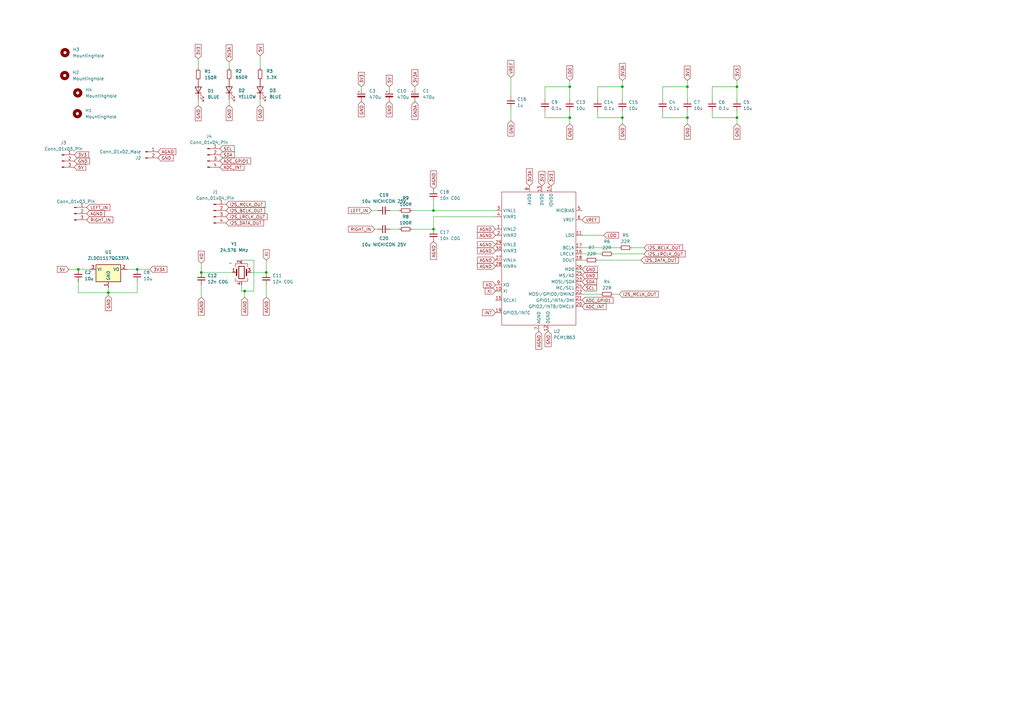
<source format=kicad_sch>
(kicad_sch (version 20231120) (generator "eeschema") (generator_version "8.0")
  (paper "A3")
  (lib_symbols
    (symbol "Connector:Conn_01x02_Male" (pin_names (offset 1.016) hide)
      (property "Reference" "J" (at 0 2.54 0))
      (property "Value" "Conn_01x02_Male" (at 0 -5.08 0))
      (symbol "Conn_01x02_Male_1_1"
        (polyline (pts (xy 1.27 -2.54) (xy 0.8636 -2.54)) (stroke (width 0.1524)))
        (polyline (pts (xy 1.27 0) (xy 0.8636 0)) (stroke (width 0.1524)))
        (rectangle (start 0.8636 -2.413) (end 0 -2.667) (stroke (width 0.1524)) (fill (type outline)))
        (rectangle (start 0.8636 0.127) (end 0 -0.127) (stroke (width 0.1524)) (fill (type outline)))
        (pin passive line (at 5.08 0 180) (length 3.81) (name "Pin_1") (number "1"))
        (pin passive line (at 5.08 -2.54 180) (length 3.81) (name "Pin_2") (number "2"))
      )
    )
    (symbol "Connector:Conn_01x03_Pin" (pin_names (offset 1.016) hide)
      (property "Reference" "J" (at 0 5.08 0))
      (property "Value" "Conn_01x03_Pin" (at 0 -5.08 0))
      (symbol "Conn_01x03_Pin_1_1"
        (polyline (pts (xy 1.27 -2.54) (xy 0.8636 -2.54)) (stroke (width 0.1524)))
        (polyline (pts (xy 1.27 0) (xy 0.8636 0)) (stroke (width 0.1524)))
        (polyline (pts (xy 1.27 2.54) (xy 0.8636 2.54)) (stroke (width 0.1524)))
        (rectangle (start 0.8636 -2.413) (end 0 -2.667) (stroke (width 0.1524)) (fill (type outline)))
        (rectangle (start 0.8636 0.127) (end 0 -0.127) (stroke (width 0.1524)) (fill (type outline)))
        (rectangle (start 0.8636 2.667) (end 0 2.413) (stroke (width 0.1524)) (fill (type outline)))
        (pin passive line (at 5.08 2.54 180) (length 3.81) (name "Pin_1") (number "1"))
        (pin passive line (at 5.08 0 180) (length 3.81) (name "Pin_2") (number "2"))
        (pin passive line (at 5.08 -2.54 180) (length 3.81) (name "Pin_3") (number "3"))
      )
    )
    (symbol "Connector:Conn_01x04_Pin" (pin_names (offset 1.016) hide)
      (property "Reference" "J" (at 0 5.08 0))
      (property "Value" "Conn_01x04_Pin" (at 0 -7.62 0))
      (symbol "Conn_01x04_Pin_1_1"
        (polyline (pts (xy 1.27 -5.08) (xy 0.8636 -5.08)) (stroke (width 0.1524)))
        (polyline (pts (xy 1.27 -2.54) (xy 0.8636 -2.54)) (stroke (width 0.1524)))
        (polyline (pts (xy 1.27 0) (xy 0.8636 0)) (stroke (width 0.1524)))
        (polyline (pts (xy 1.27 2.54) (xy 0.8636 2.54)) (stroke (width 0.1524)))
        (rectangle (start 0.8636 -4.953) (end 0 -5.207) (stroke (width 0.1524)) (fill (type outline)))
        (rectangle (start 0.8636 -2.413) (end 0 -2.667) (stroke (width 0.1524)) (fill (type outline)))
        (rectangle (start 0.8636 0.127) (end 0 -0.127) (stroke (width 0.1524)) (fill (type outline)))
        (rectangle (start 0.8636 2.667) (end 0 2.413) (stroke (width 0.1524)) (fill (type outline)))
        (pin passive line (at 5.08 2.54 180) (length 3.81) (name "Pin_1") (number "1"))
        (pin passive line (at 5.08 0 180) (length 3.81) (name "Pin_2") (number "2"))
        (pin passive line (at 5.08 -2.54 180) (length 3.81) (name "Pin_3") (number "3"))
        (pin passive line (at 5.08 -5.08 180) (length 3.81) (name "Pin_4") (number "4"))
      )
    )
    (symbol "Custom:PCM1863"
      (property "Reference" "U" (at 0 0 0))
      (property "Value" "PCM1863" (at 0.254 2.794 0))
      (symbol "PCM1863_0_1"
        (rectangle (start -17.78 67.31) (end 12.7 12.7))
      )
      (symbol "PCM1863_1_1"
        (pin input line (at -20.32 52.07 0) (length 2.54) (name "VINL2") (number "1"))
        (pin input line (at -20.32 26.67 0) (length 2.54) (name "XI") (number "10"))
        (pin input line (at 15.24 49.53 180) (length 2.54) (name "LDO") (number "11"))
        (pin input line (at 1.27 10.16 90) (length 2.54) (name "DGND") (number "12"))
        (pin input line (at -1.27 69.85 270) (length 2.54) (name "DVDD") (number "13"))
        (pin input line (at 2.54 69.85 270) (length 2.54) (name "IOVDD") (number "14"))
        (pin input line (at -20.32 22.86 0) (length 2.54) (name "SCLKI") (number "15"))
        (pin input line (at 15.24 41.91 180) (length 2.54) (name "LRCLK") (number "16"))
        (pin input line (at 15.24 44.45 180) (length 2.54) (name "BCLK") (number "17"))
        (pin input line (at 15.24 39.37 180) (length 2.54) (name "DOUT") (number "18"))
        (pin input line (at -20.32 17.78 0) (length 2.54) (name "GPIO3/INTC") (number "19"))
        (pin input line (at -20.32 49.53 0) (length 2.54) (name "VINR2") (number "2"))
        (pin input line (at 15.24 20.32 180) (length 2.54) (name "GPIO2/INTB/DMCLK") (number "20"))
        (pin input line (at 15.24 22.86 180) (length 2.54) (name "GPIO1/INTA/DMI") (number "21"))
        (pin input line (at 15.24 25.4 180) (length 2.54) (name "MOSI/GPIO0/DMIN2") (number "22"))
        (pin input line (at 15.24 30.48 180) (length 2.54) (name "MOSI/SDA") (number "23"))
        (pin input line (at 15.24 27.94 180) (length 2.54) (name "MC/SCL") (number "24"))
        (pin input line (at 15.24 33.02 180) (length 2.54) (name "MS/AD") (number "25"))
        (pin input line (at 15.24 35.56 180) (length 2.54) (name "MD0") (number "26"))
        (pin input line (at -20.32 39.37 0) (length 2.54) (name "VINL4") (number "27"))
        (pin input line (at -20.32 36.83 0) (length 2.54) (name "VINR4") (number "28"))
        (pin input line (at -20.32 45.72 0) (length 2.54) (name "VINL3") (number "29"))
        (pin input line (at -20.32 59.69 0) (length 2.54) (name "VINL1") (number "3"))
        (pin input line (at -20.32 43.18 0) (length 2.54) (name "VINR3") (number "30"))
        (pin input line (at -20.32 57.15 0) (length 2.54) (name "VINR1") (number "4"))
        (pin input line (at 15.24 59.69 180) (length 2.54) (name "MICBIAS") (number "5"))
        (pin input line (at 15.24 55.88 180) (length 2.54) (name "VREF") (number "6"))
        (pin input line (at -2.54 10.16 90) (length 2.54) (name "AGND") (number "7"))
        (pin input line (at -6.35 69.85 270) (length 2.54) (name "AVDD") (number "8"))
        (pin input line (at -20.32 29.21 0) (length 2.54) (name "XO") (number "9"))
      )
    )
    (symbol "Custom:PCM1865"
      (property "Reference" "U" (at 0 0 0))
    )
    (symbol "Device:C_Polarized_Small" (pin_numbers hide) (pin_names (offset 0.254) hide)
      (property "Reference" "C" (at 0.254 1.778 0))
      (property "Value" "C_Polarized_Small" (at 0.254 -2.032 0))
      (symbol "C_Polarized_Small_0_1"
        (rectangle (start -1.524 -0.3048) (end 1.524 -0.6858) (fill (type outline)))
        (rectangle (start -1.524 0.6858) (end 1.524 0.3048))
        (polyline (pts (xy -1.27 1.524) (xy -0.762 1.524)))
        (polyline (pts (xy -1.016 1.27) (xy -1.016 1.778)))
      )
      (symbol "C_Polarized_Small_1_1"
        (pin passive line (at 0 2.54 270) (length 1.8542) (name "~") (number "1"))
        (pin passive line (at 0 -2.54 90) (length 1.8542) (name "~") (number "2"))
      )
    )
    (symbol "Device:C_Small" (pin_numbers hide) (pin_names (offset 0.254) hide)
      (property "Reference" "C" (at 0.254 1.778 0))
      (property "Value" "C_Small" (at 0.254 -2.032 0))
      (symbol "C_Small_0_1"
        (polyline (pts (xy -1.524 -0.508) (xy 1.524 -0.508)) (stroke (width 0.3302)))
        (polyline (pts (xy -1.524 0.508) (xy 1.524 0.508)) (stroke (width 0.3048)))
      )
      (symbol "C_Small_1_1"
        (pin passive line (at 0 2.54 270) (length 2.032) (name "~") (number "1"))
        (pin passive line (at 0 -2.54 90) (length 2.032) (name "~") (number "2"))
      )
    )
    (symbol "Device:Crystal_GND24" (pin_names (offset 1.016) hide)
      (property "Reference" "Y" (at 3.175 5.08 0))
      (property "Value" "Crystal_GND24" (at 3.175 3.175 0))
      (symbol "Crystal_GND24_0_1"
        (rectangle (start -1.143 2.54) (end 1.143 -2.54) (stroke (width 0.3048)))
        (polyline (pts (xy -2.54 0) (xy -2.032 0)))
        (polyline (pts (xy -2.032 -1.27) (xy -2.032 1.27)) (stroke (width 0.508)))
        (polyline (pts (xy 0 -3.81) (xy 0 -3.556)))
        (polyline (pts (xy 0 3.556) (xy 0 3.81)))
        (polyline (pts (xy 2.032 -1.27) (xy 2.032 1.27)) (stroke (width 0.508)))
        (polyline (pts (xy 2.032 0) (xy 2.54 0)))
        (polyline (pts (xy -2.54 -2.286) (xy -2.54 -3.556) (xy 2.54 -3.556) (xy 2.54 -2.286)))
        (polyline (pts (xy -2.54 2.286) (xy -2.54 3.556) (xy 2.54 3.556) (xy 2.54 2.286)))
      )
      (symbol "Crystal_GND24_1_1"
        (pin passive line (at -3.81 0 0) (length 1.27) (name "1") (number "1"))
        (pin passive line (at 0 5.08 270) (length 1.27) (name "2") (number "2"))
        (pin passive line (at 3.81 0 180) (length 1.27) (name "3") (number "3"))
        (pin passive line (at 0 -5.08 90) (length 1.27) (name "4") (number "4"))
      )
    )
    (symbol "Device:LED" (pin_numbers hide) (pin_names (offset 1.016) hide)
      (property "Reference" "D" (at 0 2.54 0))
      (property "Value" "LED" (at 0 -2.54 0))
      (symbol "LED_0_1"
        (polyline (pts (xy -1.27 -1.27) (xy -1.27 1.27)) (stroke (width 0.254)))
        (polyline (pts (xy -1.27 0) (xy 1.27 0)))
        (polyline (pts (xy 1.27 -1.27) (xy 1.27 1.27) (xy -1.27 0) (xy 1.27 -1.27)) (stroke (width 0.254)))
        (polyline (pts (xy -3.048 -0.762) (xy -4.572 -2.286) (xy -3.81 -2.286) (xy -4.572 -2.286) (xy -4.572 -1.524)))
        (polyline (pts (xy -1.778 -0.762) (xy -3.302 -2.286) (xy -2.54 -2.286) (xy -3.302 -2.286) (xy -3.302 -1.524)))
      )
      (symbol "LED_1_1"
        (pin passive line (at -3.81 0 0) (length 2.54) (name "K") (number "1"))
        (pin passive line (at 3.81 0 180) (length 2.54) (name "A") (number "2"))
      )
    )
    (symbol "Device:R_Small" (pin_numbers hide) (pin_names (offset 0.254) hide)
      (property "Reference" "R" (at 0.762 0.508 0))
      (property "Value" "R_Small" (at 0.762 -1.016 0))
      (symbol "R_Small_0_1"
        (rectangle (start -0.762 1.778) (end 0.762 -1.778) (stroke (width 0.2032)))
      )
      (symbol "R_Small_1_1"
        (pin passive line (at 0 2.54 270) (length 0.762) (name "~") (number "1"))
        (pin passive line (at 0 -2.54 90) (length 0.762) (name "~") (number "2"))
      )
    )
    (symbol "Mechanical:MountingHole" (pin_names (offset 1.016))
      (property "Reference" "H" (at 0 5.08 0))
      (property "Value" "MountingHole" (at 0 3.175 0))
      (symbol "MountingHole_0_1"
        (circle (center 0 0) (radius 1.27) (stroke (width 1.27)))
      )
    )
    (symbol "Regulator_Linear:AMS1117-3.3"
      (property "Reference" "U" (at -3.81 3.175 0))
      (property "Value" "AMS1117-3.3" (at 0 3.175 0))
      (symbol "AMS1117-3.3_0_1"
        (rectangle (start -5.08 -5.08) (end 5.08 1.905) (stroke (width 0.254)) (fill (type background)))
      )
      (symbol "AMS1117-3.3_1_1"
        (pin power_in line (at 0 -7.62 90) (length 2.54) (name "GND") (number "1"))
        (pin power_out line (at 7.62 0 180) (length 2.54) (name "VO") (number "2"))
        (pin power_in line (at -7.62 0 0) (length 2.54) (name "VI") (number "3"))
      )
    )
  )
  (junction (at 302.26 48.26))
  (junction (at 56.261 110.49))
  (junction (at 255.27 48.26))
  (junction (at 281.94 35.56))
  (junction (at 255.27 35.56))
  (junction (at 44.45 120.015))
  (junction (at 100.33 119.38))
  (junction (at 177.8 93.98))
  (junction (at 32.131 110.49))
  (junction (at 233.68 35.56))
  (junction (at 109.22 111.76))
  (junction (at 281.94 48.26))
  (junction (at 302.26 35.56))
  (junction (at 177.8 86.36))
  (junction (at 233.68 48.26))
  (junction (at 82.55 111.76))
  (wire (pts (xy 152.4 86.36) (xy 154.94 86.36)))
  (wire (pts (xy 302.26 40.64) (xy 302.26 35.56)))
  (wire (pts (xy 271.78 48.26) (xy 281.94 48.26)))
  (wire (pts (xy 271.78 35.56) (xy 271.78 40.64)))
  (wire (pts (xy 153.67 93.98) (xy 154.94 93.98)))
  (wire (pts (xy 99.06 106.68) (xy 104.14 106.68)))
  (wire (pts (xy 82.55 121.92) (xy 82.55 116.84)))
  (wire (pts (xy 56.261 115.57) (xy 56.261 120.015)))
  (wire (pts (xy 233.68 35.56) (xy 223.52 35.56)))
  (wire (pts (xy 281.94 35.56) (xy 271.78 35.56)))
  (wire (pts (xy 81.3088 43.2766) (xy 81.3088 40.7366)))
  (wire (pts (xy 223.52 45.72) (xy 223.52 48.26)))
  (wire (pts (xy 255.27 50.8) (xy 255.27 48.26)))
  (wire (pts (xy 44.45 120.015) (xy 44.45 118.11)))
  (wire (pts (xy 209.55 44.45) (xy 209.55 49.53)))
  (wire (pts (xy 56.261 110.49) (xy 61.468 110.49)))
  (wire (pts (xy 247.65 96.52) (xy 238.76 96.52)))
  (wire (pts (xy 56.261 120.015) (xy 44.45 120.015)))
  (wire (pts (xy 177.8 86.36) (xy 203.2 86.36)))
  (wire (pts (xy 109.22 106.68) (xy 109.22 111.76)))
  (wire (pts (xy 238.76 101.6) (xy 254 101.6)))
  (wire (pts (xy 292.1 48.26) (xy 302.26 48.26)))
  (wire (pts (xy 81.28 24.13) (xy 81.28 26.7666)))
  (wire (pts (xy 255.27 40.64) (xy 255.27 35.56)))
  (wire (pts (xy 292.1 35.56) (xy 292.1 40.64)))
  (wire (pts (xy 302.26 35.56) (xy 302.26 33.02)))
  (wire (pts (xy 281.94 50.8) (xy 281.94 48.26)))
  (wire (pts (xy 281.94 48.26) (xy 281.94 45.72)))
  (wire (pts (xy 106.68 22.86) (xy 106.68 27.94)))
  (wire (pts (xy 251.46 104.14) (xy 264.16 104.14)))
  (wire (pts (xy 44.45 121.158) (xy 44.45 120.015)))
  (wire (pts (xy 255.27 35.56) (xy 245.11 35.56)))
  (wire (pts (xy 209.55 31.75) (xy 209.55 39.37)))
  (wire (pts (xy 292.1 45.72) (xy 292.1 48.26)))
  (wire (pts (xy 302.26 35.56) (xy 292.1 35.56)))
  (wire (pts (xy 100.33 119.38) (xy 99.06 119.38)))
  (wire (pts (xy 238.76 104.14) (xy 246.38 104.14)))
  (wire (pts (xy 170.18 35.56) (xy 170.18 36.576)))
  (wire (pts (xy 93.98 43.18) (xy 93.98 40.64)))
  (wire (pts (xy 32.131 120.015) (xy 44.45 120.015)))
  (wire (pts (xy 148.209 35.56) (xy 148.209 36.576)))
  (wire (pts (xy 160.02 93.98) (xy 163.83 93.98)))
  (wire (pts (xy 223.52 35.56) (xy 223.52 40.64)))
  (wire (pts (xy 168.91 93.98) (xy 177.8 93.98)))
  (wire (pts (xy 160.02 86.36) (xy 163.83 86.36)))
  (wire (pts (xy 233.68 40.64) (xy 233.68 35.56)))
  (wire (pts (xy 271.78 45.72) (xy 271.78 48.26)))
  (wire (pts (xy 233.68 50.8) (xy 233.68 48.26)))
  (wire (pts (xy 245.11 35.56) (xy 245.11 40.64)))
  (wire (pts (xy 281.94 40.64) (xy 281.94 35.56)))
  (wire (pts (xy 82.55 107.95) (xy 82.55 111.76)))
  (wire (pts (xy 251.46 120.65) (xy 254 120.65)))
  (wire (pts (xy 82.55 111.76) (xy 95.25 111.76)))
  (wire (pts (xy 233.68 48.26) (xy 233.68 45.72)))
  (wire (pts (xy 99.06 116.84) (xy 99.06 119.38)))
  (wire (pts (xy 32.131 115.57) (xy 32.131 120.015)))
  (wire (pts (xy 259.08 101.6) (xy 264.16 101.6)))
  (wire (pts (xy 102.87 111.76) (xy 109.22 111.76)))
  (wire (pts (xy 32.131 110.49) (xy 36.83 110.49)))
  (wire (pts (xy 262.89 106.68) (xy 245.11 106.68)))
  (wire (pts (xy 104.14 106.68) (xy 104.14 119.38)))
  (wire (pts (xy 93.98 25.4) (xy 93.98 27.94)))
  (wire (pts (xy 255.27 48.26) (xy 255.27 45.72)))
  (wire (pts (xy 302.26 48.26) (xy 302.26 45.72)))
  (wire (pts (xy 159.639 35.56) (xy 159.639 36.576)))
  (wire (pts (xy 109.22 121.92) (xy 109.22 116.84)))
  (wire (pts (xy 223.52 48.26) (xy 233.68 48.26)))
  (wire (pts (xy 203.2 88.9) (xy 177.8 88.9)))
  (wire (pts (xy 177.8 88.9) (xy 177.8 93.98)))
  (wire (pts (xy 56.261 110.49) (xy 52.07 110.49)))
  (wire (pts (xy 240.03 106.68) (xy 238.76 106.68)))
  (wire (pts (xy 302.26 50.8) (xy 302.26 48.26)))
  (wire (pts (xy 100.33 119.38) (xy 100.33 121.92)))
  (wire (pts (xy 245.11 45.72) (xy 245.11 48.26)))
  (wire (pts (xy 28.194 110.49) (xy 32.131 110.49)))
  (wire (pts (xy 255.27 35.56) (xy 255.27 33.02)))
  (wire (pts (xy 233.68 35.56) (xy 233.68 33.02)))
  (wire (pts (xy 106.68 43.18) (xy 106.68 40.64)))
  (wire (pts (xy 281.94 35.56) (xy 281.94 33.02)))
  (wire (pts (xy 245.11 48.26) (xy 255.27 48.26)))
  (wire (pts (xy 177.8 82.55) (xy 177.8 86.36)))
  (wire (pts (xy 81.3088 26.7666) (xy 81.3088 28.0366)))
  (wire (pts (xy 104.14 119.38) (xy 100.33 119.38)))
  (wire (pts (xy 81.28 26.7666) (xy 81.3088 26.7666)))
  (wire (pts (xy 168.91 86.36) (xy 177.8 86.36)))
  (wire (pts (xy 238.76 120.65) (xy 246.38 120.65)))
  (global_label "3V3A" (shape input) (at 255.27 33.02 90) (property "Intersheetrefs" "${INTERSHEET_REFS}" (effects (hide yes))))
  (global_label "VREF" (shape input) (at 209.55 31.75 90) (property "Intersheetrefs" "${INTERSHEET_REFS}" (effects (hide yes))))
  (global_label "LEFT_IN" (shape input) (at 35.56 85.09 0) (property "Intersheetrefs" "${INTERSHEET_REFS}" (effects (hide yes))))
  (global_label "SDA" (shape input) (at 238.76 115.57 0) (property "Intersheetrefs" "${INTERSHEET_REFS}" (effects (hide yes))))
  (global_label "RIGHT_IN" (shape input) (at 35.56 90.17 0) (property "Intersheetrefs" "${INTERSHEET_REFS}" (effects (hide yes))))
  (global_label "3V3" (shape input) (at 30.48 63.5 0) (property "Intersheetrefs" "${INTERSHEET_REFS}" (effects (hide yes))))
  (global_label "3V3" (shape input) (at 281.94 33.02 90) (property "Intersheetrefs" "${INTERSHEET_REFS}" (effects (hide yes))))
  (global_label "GND" (shape input) (at 81.3088 43.2766 270) (property "Intersheetrefs" "${INTERSHEET_REFS}" (effects (hide yes))))
  (global_label "AGND" (shape input) (at 177.8 99.06 270) (property "Intersheetrefs" "${INTERSHEET_REFS}" (effects (hide yes))))
  (global_label "SCL" (shape input) (at 238.76 118.11 0) (property "Intersheetrefs" "${INTERSHEET_REFS}" (effects (hide yes))))
  (global_label "XI" (shape input) (at 203.2 119.38 180) (property "Intersheetrefs" "${INTERSHEET_REFS}" (effects (hide yes))))
  (global_label "3V3A" (shape input) (at 93.98 25.4 90) (property "Intersheetrefs" "${INTERSHEET_REFS}" (effects (hide yes))))
  (global_label "AGND" (shape input) (at 203.2 109.22 180) (property "Intersheetrefs" "${INTERSHEET_REFS}" (effects (hide yes))))
  (global_label "GND" (shape input) (at 281.94 50.8 270) (property "Intersheetrefs" "${INTERSHEET_REFS}" (effects (hide yes))))
  (global_label "A0" (shape input) (at 218.44 -137.16 180) (property "Intersheetrefs" "${INTERSHEET_REFS}" (effects (hide yes))))
  (global_label "AGND" (shape input) (at 177.8 77.47 90) (property "Intersheetrefs" "${INTERSHEET_REFS}" (effects (hide yes))))
  (global_label "I2S_BCLK_OUT" (shape input) (at 92.71 86.36 0) (property "Intersheetrefs" "${INTERSHEET_REFS}" (effects (hide yes))))
  (global_label "GND" (shape input) (at 233.68 50.8 270) (property "Intersheetrefs" "${INTERSHEET_REFS}" (effects (hide yes))))
  (global_label "GND" (shape input) (at 255.27 50.8 270) (property "Intersheetrefs" "${INTERSHEET_REFS}" (effects (hide yes))))
  (global_label "I2S_MCLK_OUT" (shape input) (at 254 120.65 0) (property "Intersheetrefs" "${INTERSHEET_REFS}" (effects (hide yes))))
  (global_label "I2S_DATA_OUT" (shape input) (at 262.89 106.68 0) (property "Intersheetrefs" "${INTERSHEET_REFS}" (effects (hide yes))))
  (global_label "AGND" (shape input) (at 203.2 93.98 180) (property "Intersheetrefs" "${INTERSHEET_REFS}" (effects (hide yes))))
  (global_label "INT" (shape input) (at 203.2 128.27 180) (property "Intersheetrefs" "${INTERSHEET_REFS}" (effects (hide yes))))
  (global_label "SDA" (shape input) (at 90.17 63.5 0) (property "Intersheetrefs" "${INTERSHEET_REFS}" (effects (hide yes))))
  (global_label "AGND" (shape input) (at 64.77 62.23 0) (property "Intersheetrefs" "${INTERSHEET_REFS}" (effects (hide yes))))
  (global_label "GND" (shape input) (at 302.26 50.8 270) (property "Intersheetrefs" "${INTERSHEET_REFS}" (effects (hide yes))))
  (global_label "AGND" (shape input) (at 109.22 121.92 270) (property "Intersheetrefs" "${INTERSHEET_REFS}" (effects (hide yes))))
  (global_label "5V" (shape input) (at 159.639 35.56 90) (property "Intersheetrefs" "${INTERSHEET_REFS}" (effects (hide yes))))
  (global_label "XI" (shape input) (at 109.22 106.68 90) (property "Intersheetrefs" "${INTERSHEET_REFS}" (effects (hide yes))))
  (global_label "AGND" (shape input) (at 203.2 106.68 180) (property "Intersheetrefs" "${INTERSHEET_REFS}" (effects (hide yes))))
  (global_label "GND" (shape input) (at 238.76 113.03 0) (property "Intersheetrefs" "${INTERSHEET_REFS}" (effects (hide yes))))
  (global_label "3V3" (shape input) (at 148.209 35.56 90) (property "Intersheetrefs" "${INTERSHEET_REFS}" (effects (hide yes))))
  (global_label "AGND" (shape input) (at 220.98 135.89 270) (property "Intersheetrefs" "${INTERSHEET_REFS}" (effects (hide yes))))
  (global_label "3V3" (shape input) (at 226.06 76.2 90) (property "Intersheetrefs" "${INTERSHEET_REFS}" (effects (hide yes))))
  (global_label "RIGHT_IN" (shape input) (at 153.67 93.98 180) (property "Intersheetrefs" "${INTERSHEET_REFS}" (effects (hide yes))))
  (global_label "3V3A" (shape input) (at 61.468 110.49 0) (property "Intersheetrefs" "${INTERSHEET_REFS}" (effects (hide yes))))
  (global_label "3V3" (shape input) (at 222.25 76.2 90) (property "Intersheetrefs" "${INTERSHEET_REFS}" (effects (hide yes))))
  (global_label "3V3" (shape input) (at 81.28 24.13 90) (property "Intersheetrefs" "${INTERSHEET_REFS}" (effects (hide yes))))
  (global_label "GND" (shape input) (at 209.55 49.53 270) (property "Intersheetrefs" "${INTERSHEET_REFS}" (effects (hide yes))))
  (global_label "5V" (shape input) (at 30.48 68.58 0) (property "Intersheetrefs" "${INTERSHEET_REFS}" (effects (hide yes))))
  (global_label "ADC_INT" (shape input) (at 90.17 68.58 0) (property "Intersheetrefs" "${INTERSHEET_REFS}" (effects (hide yes))))
  (global_label "I2S_DATA_OUT" (shape input) (at 92.71 91.44 0) (property "Intersheetrefs" "${INTERSHEET_REFS}" (effects (hide yes))))
  (global_label "I2S_LRCLK_OUT" (shape input) (at 264.16 104.14 0) (property "Intersheetrefs" "${INTERSHEET_REFS}" (effects (hide yes))))
  (global_label "LDO" (shape input) (at 247.65 96.52 0) (property "Intersheetrefs" "${INTERSHEET_REFS}" (effects (hide yes))))
  (global_label "GND" (shape input) (at 106.68 43.18 270) (property "Intersheetrefs" "${INTERSHEET_REFS}" (effects (hide yes))))
  (global_label "SCL" (shape input) (at 90.17 60.96 0) (property "Intersheetrefs" "${INTERSHEET_REFS}" (effects (hide yes))))
  (global_label "AGND" (shape input) (at 100.33 121.92 270) (property "Intersheetrefs" "${INTERSHEET_REFS}" (effects (hide yes))))
  (global_label "I2S_MCLK_OUT" (shape input) (at 92.71 83.82 0) (property "Intersheetrefs" "${INTERSHEET_REFS}" (effects (hide yes))))
  (global_label "LEFT_IN" (shape input) (at 152.4 86.36 180) (property "Intersheetrefs" "${INTERSHEET_REFS}" (effects (hide yes))))
  (global_label "XO" (shape input) (at 203.2 116.84 180) (property "Intersheetrefs" "${INTERSHEET_REFS}" (effects (hide yes))))
  (global_label "GND" (shape input) (at 159.639 41.656 270) (property "Intersheetrefs" "${INTERSHEET_REFS}" (effects (hide yes))))
  (global_label "GND" (shape input) (at 148.209 41.656 270) (property "Intersheetrefs" "${INTERSHEET_REFS}" (effects (hide yes))))
  (global_label "AGND" (shape input) (at 82.55 121.92 270) (property "Intersheetrefs" "${INTERSHEET_REFS}" (effects (hide yes))))
  (global_label "3V3A" (shape input) (at 170.18 35.56 90) (property "Intersheetrefs" "${INTERSHEET_REFS}" (effects (hide yes))))
  (global_label "GND" (shape input) (at 30.48 66.04 0) (property "Intersheetrefs" "${INTERSHEET_REFS}" (effects (hide yes))))
  (global_label "AGND" (shape input) (at 203.2 100.33 180) (property "Intersheetrefs" "${INTERSHEET_REFS}" (effects (hide yes))))
  (global_label "XO" (shape input) (at 82.55 107.95 90) (property "Intersheetrefs" "${INTERSHEET_REFS}" (effects (hide yes))))
  (global_label "GND" (shape input) (at 44.45 121.158 270) (property "Intersheetrefs" "${INTERSHEET_REFS}" (effects (hide yes))))
  (global_label "ADC_GPIO1" (shape input) (at 90.17 66.04 0) (property "Intersheetrefs" "${INTERSHEET_REFS}" (effects (hide yes))))
  (global_label "I2S_LRCLK_OUT" (shape input) (at 92.71 88.9 0) (property "Intersheetrefs" "${INTERSHEET_REFS}" (effects (hide yes))))
  (global_label "5V" (shape input) (at 106.68 22.86 90) (property "Intersheetrefs" "${INTERSHEET_REFS}" (effects (hide yes))))
  (global_label "GND" (shape input) (at 93.98 43.18 270) (property "Intersheetrefs" "${INTERSHEET_REFS}" (effects (hide yes))))
  (global_label "3V3" (shape input) (at 302.26 33.02 90) (property "Intersheetrefs" "${INTERSHEET_REFS}" (effects (hide yes))))
  (global_label "ADC_GPIO1" (shape input) (at 238.76 123.19 0) (property "Intersheetrefs" "${INTERSHEET_REFS}" (effects (hide yes))))
  (global_label "GND" (shape input) (at 238.76 110.49 0) (property "Intersheetrefs" "${INTERSHEET_REFS}" (effects (hide yes))))
  (global_label "5V" (shape input) (at 28.194 110.49 180) (property "Intersheetrefs" "${INTERSHEET_REFS}" (effects (hide yes))))
  (global_label "GNDA" (shape input) (at 170.18 41.656 270) (property "Intersheetrefs" "${INTERSHEET_REFS}" (effects (hide yes))))
  (global_label "VREF" (shape input) (at 238.76 90.17 0) (property "Intersheetrefs" "${INTERSHEET_REFS}" (effects (hide yes))))
  (global_label "GND" (shape input) (at 224.79 135.89 270) (property "Intersheetrefs" "${INTERSHEET_REFS}" (effects (hide yes))))
  (global_label "3V3A" (shape input) (at 217.17 76.2 90) (property "Intersheetrefs" "${INTERSHEET_REFS}" (effects (hide yes))))
  (global_label "I2S_BCLK_OUT" (shape input) (at 264.16 101.6 0) (property "Intersheetrefs" "${INTERSHEET_REFS}" (effects (hide yes))))
  (global_label "AGND" (shape input) (at 203.2 102.87 180) (property "Intersheetrefs" "${INTERSHEET_REFS}" (effects (hide yes))))
  (global_label "AGND" (shape input) (at 203.2 96.52 180) (property "Intersheetrefs" "${INTERSHEET_REFS}" (effects (hide yes))))
  (global_label "GND" (shape input) (at 64.77 64.77 0) (property "Intersheetrefs" "${INTERSHEET_REFS}" (effects (hide yes))))
  (global_label "AGND" (shape input) (at 35.56 87.63 0) (property "Intersheetrefs" "${INTERSHEET_REFS}" (effects (hide yes))))
  (global_label "ADC_INT" (shape input) (at 238.76 125.73 0) (property "Intersheetrefs" "${INTERSHEET_REFS}" (effects (hide yes))))
  (global_label "LDO" (shape input) (at 233.68 33.02 90) (property "Intersheetrefs" "${INTERSHEET_REFS}" (effects (hide yes))))
  (symbol (lib_id "Device:C_Small") (at 255.27 43.18 0) (unit 1)
    (property "Reference" "C15" (at 257.81 41.9162 0) (effects (justify left)))
    (property "Value" "10u" (at 257.81 44.4562 0) (effects (justify left)))
    (property "Footprint" "Capacitor_SMD:C_1206_3216Metric_Pad1.33x1.80mm_HandSolder" (effects (hide yes)))
    (property "Description" "Unpolarized capacitor, small symbol" (effects (hide yes)))
  )
  (symbol (lib_id "Device:Crystal_GND24") (at 99.06 111.76 0) (unit 1)
    (property "Reference" "Y1" (at 96.012 100.076 0))
    (property "Value" "24.576 MHz" (at 96.012 102.616 0))
    (property "Footprint" "Crystal:Crystal_SMD_3225-4Pin_3.2x2.5mm" (effects (hide yes)))
    (property "Description" "Four pin crystal, GND on pins 2 and 4" (effects (hide yes)))
    (property "Mouser" "520-245.7-8-33-RWYT" (effects (hide yes)))
  )
  (symbol (lib_id "Device:R_Small") (at 256.54 101.6 90) (unit 1)
    (property "Reference" "R5" (at 256.54 96.52 90))
    (property "Value" "22R" (at 256.54 99.06 90))
    (property "Footprint" "Resistor_SMD:R_0805_2012Metric_Pad1.20x1.40mm_HandSolder" (effects (hide yes)))
    (property "Description" "Resistor, small symbol" (effects (hide yes)))
    (property "Mouser" "603-RT0805FRE0722RL" (effects (hide yes)))
  )
  (symbol (lib_id "Device:C_Small") (at 177.8 80.01 0) (unit 1)
    (property "Reference" "C18" (at 180.34 78.7462 0) (effects (justify left)))
    (property "Value" "10n C0G" (at 180.34 81.2862 0) (effects (justify left)))
    (property "Footprint" "Capacitor_SMD:C_0805_2012Metric_Pad1.18x1.45mm_HandSolder" (effects (hide yes)))
    (property "Description" "Unpolarized capacitor, small symbol" (effects (hide yes)))
    (property "Mouser" "791-0805N103G250CT" (effects (hide yes)))
  )
  (symbol (lib_id "Device:R_Small") (at 248.92 104.14 90) (unit 1)
    (property "Reference" "R6" (at 248.92 99.06 90))
    (property "Value" "22R" (at 248.92 101.6 90))
    (property "Footprint" "Resistor_SMD:R_0805_2012Metric_Pad1.20x1.40mm_HandSolder" (effects (hide yes)))
    (property "Description" "Resistor, small symbol" (effects (hide yes)))
    (property "Mouser" "603-RT0805FRE0722RL" (effects (hide yes)))
  )
  (symbol (lib_id "Connector:Conn_01x02_Male") (at 59.69 62.23 0) (unit 1)
    (property "Reference" "J2" (at 57.912 64.7701 0) (effects (justify right)))
    (property "Value" "Conn_01x02_Male" (at 57.912 62.2301 0) (effects (justify right)))
    (property "Footprint" "Connector_PinHeader_2.54mm:PinHeader_1x02_P2.54mm_Vertical" (effects (hide yes)))
  )
  (symbol (lib_id "Custom:PCM1865") (at 92.71 106.68 0) (unit 1)
    (property "Reference" "U3" (effects (hide yes)))
    (property "Value" "~" (at 93.98 107.95 0) (effects (justify left)))
  )
  (symbol (lib_id "Device:C_Polarized_Small") (at 159.639 39.116 0) (unit 1)
    (property "Reference" "C10" (at 162.814 37.2999 0) (effects (justify left)))
    (property "Value" "470u" (at 162.814 39.8399 0) (effects (justify left)))
    (property "Footprint" "Capacitor_THT:CP_Radial_D6.3mm_P2.50mm" (effects (hide yes)))
  )
  (symbol (lib_id "Device:R_Small") (at 93.98 30.48 180) (unit 1)
    (property "Reference" "R2" (at 96.52 29.2099 0) (effects (justify right)))
    (property "Value" "650R" (at 96.52 31.7499 0) (effects (justify right)))
    (property "Footprint" "Resistor_SMD:R_0603_1608Metric_Pad0.98x0.95mm_HandSolder" (effects (hide yes)))
    (property "Description" "Resistor, small symbol" (effects (hide yes)))
  )
  (symbol (lib_id "Device:R_Small") (at 166.37 93.98 90) (unit 1)
    (property "Reference" "R8" (at 166.37 88.9 90))
    (property "Value" "100R" (at 166.37 91.44 90))
    (property "Footprint" "Resistor_SMD:R_0805_2012Metric_Pad1.20x1.40mm_HandSolder" (effects (hide yes)))
    (property "Description" "Resistor, small symbol" (effects (hide yes)))
    (property "Mouser" "603-RT0805FRE13100RL" (effects (hide yes)))
  )
  (symbol (lib_id "Device:C_Small") (at 32.131 113.03 180) (unit 1)
    (property "Reference" "C2" (at 34.671 111.7536 0) (effects (justify right)))
    (property "Value" "10u" (at 34.671 114.2936 0) (effects (justify right)))
    (property "Footprint" "Capacitor_SMD:C_1206_3216Metric_Pad1.33x1.80mm_HandSolder" (effects (hide yes)))
  )
  (symbol (lib_id "Device:C_Small") (at 177.8 96.52 0) (unit 1)
    (property "Reference" "C17" (at 180.34 95.2562 0) (effects (justify left)))
    (property "Value" "10n C0G" (at 180.34 97.7962 0) (effects (justify left)))
    (property "Footprint" "Capacitor_SMD:C_0805_2012Metric_Pad1.18x1.45mm_HandSolder" (effects (hide yes)))
    (property "Description" "Unpolarized capacitor, small symbol" (effects (hide yes)))
    (property "Mouser" "791-0805N103G250CT" (effects (hide yes)))
  )
  (symbol (lib_id "Device:C_Small") (at 82.55 114.3 0) (unit 1)
    (property "Reference" "C12" (at 85.09 113.0362 0) (effects (justify left)))
    (property "Value" "12n C0G" (at 85.09 115.5762 0) (effects (justify left)))
    (property "Footprint" "Capacitor_SMD:C_0805_2012Metric_Pad1.18x1.45mm_HandSolder" (effects (hide yes)))
    (property "Description" "Unpolarized capacitor, small symbol" (effects (hide yes)))
    (property "Mouser" "791-0805N103G250CT" (effects (hide yes)))
  )
  (symbol (lib_id "Device:LED") (at 93.98 36.83 90) (unit 1)
    (property "Reference" "D2" (at 97.79 37.1474 90) (effects (justify right)))
    (property "Value" "YELLOW" (at 97.79 39.6874 90) (effects (justify right)))
    (property "Footprint" "LED_SMD:LED_0603_1608Metric" (effects (hide yes)))
    (property "Description" "Light emitting diode" (effects (hide yes)))
  )
  (symbol (lib_id "Mechanical:MountingHole") (at 31.877 38.1 0) (unit 1)
    (property "Reference" "H4" (at 35.052 36.8299 0) (effects (justify left)))
    (property "Value" "MountingHole" (at 35.052 39.3699 0) (effects (justify left)))
    (property "Footprint" "MountingHole:MountingHole_3.2mm_M3_DIN965_Pad_TopOnly" (effects (hide yes)))
  )
  (symbol (lib_id "Connector:Conn_01x04_Pin") (at 87.63 86.36 0) (unit 1)
    (property "Reference" "J1" (at 88.265 78.74 0))
    (property "Value" "Conn_01x04_Pin" (at 88.265 81.28 0))
    (property "Footprint" "Connector_JST:JST_PH_B4B-PH-K_1x04_P2.00mm_Vertical" (effects (hide yes)))
    (property "Description" "Generic connector, single row, 01x04, script generated" (effects (hide yes)))
  )
  (symbol (lib_id "Device:C_Small") (at 281.94 43.18 0) (unit 1)
    (property "Reference" "C7" (at 284.48 41.9162 0) (effects (justify left)))
    (property "Value" "10u" (at 284.48 44.4562 0) (effects (justify left)))
    (property "Footprint" "Capacitor_SMD:C_1206_3216Metric_Pad1.33x1.80mm_HandSolder" (effects (hide yes)))
    (property "Description" "Unpolarized capacitor, small symbol" (effects (hide yes)))
  )
  (symbol (lib_id "Device:LED") (at 81.3088 36.9266 90) (unit 1)
    (property "Reference" "D1" (at 85.1188 37.244 90) (effects (justify right)))
    (property "Value" "BLUE" (at 85.1188 39.784 90) (effects (justify right)))
    (property "Footprint" "LED_SMD:LED_0603_1608Metric" (effects (hide yes)))
    (property "Description" "Light emitting diode" (effects (hide yes)))
  )
  (symbol (lib_id "Device:C_Small") (at 292.1 43.18 0) (unit 1)
    (property "Reference" "C6" (at 294.64 41.9162 0) (effects (justify left)))
    (property "Value" "0.1u" (at 294.64 44.4562 0) (effects (justify left)))
    (property "Footprint" "Capacitor_SMD:C_0805_2012Metric_Pad1.18x1.45mm_HandSolder" (effects (hide yes)))
    (property "Description" "Unpolarized capacitor, small symbol" (effects (hide yes)))
  )
  (symbol (lib_id "Device:LED") (at 106.68 36.83 90) (unit 1)
    (property "Reference" "D3" (at 110.49 37.1474 90) (effects (justify right)))
    (property "Value" "BLUE" (at 110.49 39.6874 90) (effects (justify right)))
    (property "Footprint" "LED_SMD:LED_0603_1608Metric" (effects (hide yes)))
    (property "Description" "Light emitting diode" (effects (hide yes)))
  )
  (symbol (lib_id "Mechanical:MountingHole") (at 26.67 21.59 0) (unit 1)
    (property "Reference" "H3" (at 29.845 20.3199 0) (effects (justify left)))
    (property "Value" "MountingHole" (at 29.845 22.8599 0) (effects (justify left)))
    (property "Footprint" "MountingHole:MountingHole_3.2mm_M3_DIN965_Pad_TopOnly" (effects (hide yes)))
  )
  (symbol (lib_id "Device:R_Small") (at 106.68 30.48 180) (unit 1)
    (property "Reference" "R3" (at 109.22 29.2099 0) (effects (justify right)))
    (property "Value" "1.3K" (at 109.22 31.7499 0) (effects (justify right)))
    (property "Footprint" "Resistor_SMD:R_0603_1608Metric_Pad0.98x0.95mm_HandSolder" (effects (hide yes)))
    (property "Description" "Resistor, small symbol" (effects (hide yes)))
  )
  (symbol (lib_id "Device:C_Small") (at 302.26 43.18 0) (unit 1)
    (property "Reference" "C5" (at 304.8 41.9162 0) (effects (justify left)))
    (property "Value" "10u" (at 304.8 44.4562 0) (effects (justify left)))
    (property "Footprint" "Capacitor_SMD:C_1206_3216Metric_Pad1.33x1.80mm_HandSolder" (effects (hide yes)))
    (property "Description" "Unpolarized capacitor, small symbol" (effects (hide yes)))
  )
  (symbol (lib_id "Device:C_Small") (at 157.48 93.98 90) (unit 1)
    (property "Reference" "C20" (at 157.48 97.79 90))
    (property "Value" "10u NICHICON 25V" (at 157.48 100.33 90))
    (property "Footprint" "Capacitor_THT:CP_Radial_D5.0mm_P2.00mm" (effects (hide yes)))
    (property "Description" "Unpolarized capacitor, small symbol" (effects (hide yes)))
  )
  (symbol (lib_id "Connector:Conn_01x03_Pin") (at 30.48 87.63 0) (unit 1)
    (property "Reference" "J5" (effects (hide yes)))
    (property "Value" "Conn_01x03_Pin" (at 31.115 82.677 0))
    (property "Footprint" "Connector_JST:JST_PH_B3B-PH-K_1x03_P2.00mm_Vertical" (effects (hide yes)))
  )
  (symbol (lib_id "Device:R_Small") (at 81.3088 30.5766 180) (unit 1)
    (property "Reference" "R1" (at 83.8488 29.3065 0) (effects (justify right)))
    (property "Value" "150R" (at 83.8488 31.8465 0) (effects (justify right)))
    (property "Footprint" "Resistor_SMD:R_0603_1608Metric_Pad0.98x0.95mm_HandSolder" (effects (hide yes)))
    (property "Description" "Resistor, small symbol" (effects (hide yes)))
  )
  (symbol (lib_id "Connector:Conn_01x04_Pin") (at 85.09 63.5 0) (unit 1)
    (property "Reference" "J4" (at 85.725 55.88 0))
    (property "Value" "Conn_01x04_Pin" (at 85.725 58.42 0))
    (property "Footprint" "Connector_JST:JST_PH_B4B-PH-K_1x04_P2.00mm_Vertical" (effects (hide yes)))
    (property "Description" "Generic connector, single row, 01x04, script generated" (effects (hide yes)))
  )
  (symbol (lib_id "Device:R_Small") (at 248.92 120.65 90) (unit 1)
    (property "Reference" "R4" (at 248.92 115.57 90))
    (property "Value" "22R" (at 248.92 118.11 90))
    (property "Footprint" "Resistor_SMD:R_0805_2012Metric_Pad1.20x1.40mm_HandSolder" (effects (hide yes)))
    (property "Description" "Resistor, small symbol" (effects (hide yes)))
    (property "Mouser" "603-RT0805FRE0722RL" (effects (hide yes)))
  )
  (symbol (lib_id "Device:C_Small") (at 223.52 43.18 0) (unit 1)
    (property "Reference" "C9" (at 226.06 41.9162 0) (effects (justify left)))
    (property "Value" "0.1u" (at 226.06 44.4562 0) (effects (justify left)))
    (property "Footprint" "Capacitor_SMD:C_0805_2012Metric_Pad1.18x1.45mm_HandSolder" (effects (hide yes)))
    (property "Description" "Unpolarized capacitor, small symbol" (effects (hide yes)))
  )
  (symbol (lib_id "Device:C_Small") (at 233.68 43.18 0) (unit 1)
    (property "Reference" "C13" (at 236.22 41.9162 0) (effects (justify left)))
    (property "Value" "10u" (at 236.22 44.4562 0) (effects (justify left)))
    (property "Footprint" "Capacitor_SMD:C_1206_3216Metric_Pad1.33x1.80mm_HandSolder" (effects (hide yes)))
    (property "Description" "Unpolarized capacitor, small symbol" (effects (hide yes)))
  )
  (symbol (lib_id "Device:C_Small") (at 157.48 86.36 90) (unit 1)
    (property "Reference" "C19" (at 157.4863 80.01 90))
    (property "Value" "10u NICHICON 25V" (at 157.4863 82.55 90))
    (property "Footprint" "Capacitor_THT:CP_Radial_D5.0mm_P2.00mm" (effects (hide yes)))
    (property "Description" "Unpolarized capacitor, small symbol" (effects (hide yes)))
  )
  (symbol (lib_id "Connector:Conn_01x03_Pin") (at 25.4 66.04 0) (unit 1)
    (property "Reference" "J3" (at 26.035 58.547 0))
    (property "Value" "Conn_01x03_Pin" (at 26.035 61.087 0))
    (property "Footprint" "Connector_JST:JST_PH_B3B-PH-K_1x03_P2.00mm_Vertical" (effects (hide yes)))
  )
  (symbol (lib_id "Device:C_Small") (at 245.11 43.18 0) (unit 1)
    (property "Reference" "C14" (at 247.65 41.9162 0) (effects (justify left)))
    (property "Value" "0.1u" (at 247.65 44.4562 0) (effects (justify left)))
    (property "Footprint" "Capacitor_SMD:C_0805_2012Metric_Pad1.18x1.45mm_HandSolder" (effects (hide yes)))
    (property "Description" "Unpolarized capacitor, small symbol" (effects (hide yes)))
  )
  (symbol (lib_id "Mechanical:MountingHole") (at 31.75 46.609 0) (unit 1)
    (property "Reference" "H1" (at 34.925 45.3389 0) (effects (justify left)))
    (property "Value" "MountingHole" (at 34.925 47.8789 0) (effects (justify left)))
    (property "Footprint" "MountingHole:MountingHole_3.2mm_M3_DIN965_Pad_TopOnly" (effects (hide yes)))
  )
  (symbol (lib_id "Device:C_Polarized_Small") (at 148.209 39.116 0) (unit 1)
    (property "Reference" "C3" (at 151.384 37.2999 0) (effects (justify left)))
    (property "Value" "470u" (at 151.384 39.8399 0) (effects (justify left)))
    (property "Footprint" "Capacitor_THT:CP_Radial_D6.3mm_P2.50mm" (effects (hide yes)))
  )
  (symbol (lib_id "Device:C_Polarized_Small") (at 170.18 39.116 0) (unit 1)
    (property "Reference" "C1" (at 173.355 37.2999 0) (effects (justify left)))
    (property "Value" "470u" (at 173.355 39.8399 0) (effects (justify left)))
    (property "Footprint" "Capacitor_THT:CP_Radial_D6.3mm_P2.50mm" (effects (hide yes)))
  )
  (symbol (lib_id "Device:R_Small") (at 166.37 86.36 90) (unit 1)
    (property "Reference" "R9" (at 166.37 81.28 90))
    (property "Value" "100R" (at 166.37 83.82 90))
    (property "Footprint" "Resistor_SMD:R_0805_2012Metric_Pad1.20x1.40mm_HandSolder" (effects (hide yes)))
    (property "Description" "Resistor, small symbol" (effects (hide yes)))
    (property "Mouser" "603-RT0805FRE13100RL" (effects (hide yes)))
  )
  (symbol (lib_id "Regulator_Linear:AMS1117-3.3") (at 44.45 110.49 0) (unit 1)
    (property "Reference" "U1" (at 44.45 103.378 0))
    (property "Value" "ZLDO1117QG33TA" (at 44.45 105.918 0))
    (property "Footprint" "Package_TO_SOT_SMD:SOT-223-3_TabPin2" (effects (hide yes)))
    (property "Datasheet" "http://www.advanced-monolithic.com/pdf/ds1117.pdf" (effects (hide yes)))
  )
  (symbol (lib_id "Device:C_Small") (at 109.22 114.3 0) (unit 1)
    (property "Reference" "C11" (at 111.76 113.0362 0) (effects (justify left)))
    (property "Value" "12n C0G" (at 111.76 115.5762 0) (effects (justify left)))
    (property "Footprint" "Capacitor_SMD:C_0805_2012Metric_Pad1.18x1.45mm_HandSolder" (effects (hide yes)))
    (property "Description" "Unpolarized capacitor, small symbol" (effects (hide yes)))
    (property "Mouser" "791-0805N103G250CT" (effects (hide yes)))
  )
  (symbol (lib_id "Mechanical:MountingHole") (at 26.543 30.988 0) (unit 1)
    (property "Reference" "H2" (at 29.718 29.7179 0) (effects (justify left)))
    (property "Value" "MountingHole" (at 29.718 32.2579 0) (effects (justify left)))
    (property "Footprint" "MountingHole:MountingHole_3.2mm_M3_DIN965_Pad_TopOnly" (effects (hide yes)))
  )
  (symbol (lib_id "Device:R_Small") (at 242.57 106.68 90) (unit 1)
    (property "Reference" "R7" (at 242.57 101.6 90))
    (property "Value" "22R" (at 242.57 104.14 90))
    (property "Footprint" "Resistor_SMD:R_0805_2012Metric_Pad1.20x1.40mm_HandSolder" (effects (hide yes)))
    (property "Description" "Resistor, small symbol" (effects (hide yes)))
    (property "Mouser" "603-RT0805FRE0722RL" (effects (hide yes)))
  )
  (symbol (lib_id "Device:C_Small") (at 209.55 41.91 0) (unit 1)
    (property "Reference" "C16" (at 212.09 40.6462 0) (effects (justify left)))
    (property "Value" "1u" (at 212.09 43.1862 0) (effects (justify left)))
    (property "Footprint" "Capacitor_SMD:C_1206_3216Metric_Pad1.33x1.80mm_HandSolder" (effects (hide yes)))
    (property "Description" "Unpolarized capacitor, small symbol" (effects (hide yes)))
  )
  (symbol (lib_id "Device:C_Small") (at 56.261 113.03 180) (unit 1)
    (property "Reference" "C8" (at 58.801 111.7536 0) (effects (justify right)))
    (property "Value" "10u" (at 58.801 114.2936 0) (effects (justify right)))
    (property "Footprint" "Capacitor_SMD:C_1206_3216Metric_Pad1.33x1.80mm_HandSolder" (effects (hide yes)))
  )
  (symbol (lib_id "Device:C_Small") (at 271.78 43.18 0) (unit 1)
    (property "Reference" "C4" (at 274.32 41.9162 0) (effects (justify left)))
    (property "Value" "0.1u" (at 274.32 44.4562 0) (effects (justify left)))
    (property "Footprint" "Capacitor_SMD:C_0805_2012Metric_Pad1.18x1.45mm_HandSolder" (effects (hide yes)))
    (property "Description" "Unpolarized capacitor, small symbol" (effects (hide yes)))
  )
  (symbol (lib_id "Custom:PCM1863") (at 223.52 146.05 0) (unit 1)
    (property "Reference" "U2" (at 226.9841 135.89 0) (effects (justify left)))
    (property "Value" "PCM1863" (at 226.9841 138.43 0) (effects (justify left)))
    (property "Footprint" "Package_SO:TSSOP-30_4.4x7.8mm_P0.5mm" (effects (hide yes)))
    (property "Mouser" "595-PCM1863DBT" (effects (hide yes)))
  )
)
</source>
